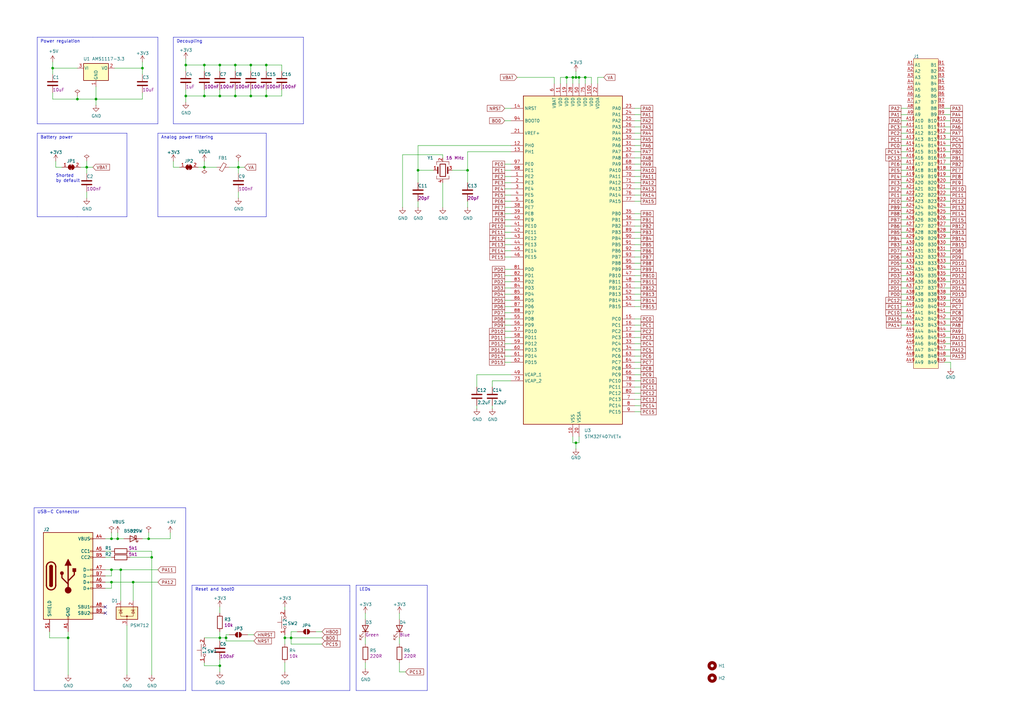
<source format=kicad_sch>
(kicad_sch (version 20250114) (generator "eeschema") (generator_version "9.0")
  (paper "A3")
  (text "Analog power filtering" (at 66.04 57.15 0) (effects (font (size 1.27 1.27)) (justify left bottom)))
  (text "Decoupling" (at 72.39 17.78 0) (effects (font (size 1.27 1.27)) (justify left bottom)))
  (text "Power regulation" (at 16.51 17.78 0) (effects (font (size 1.27 1.27)) (justify left bottom)))
  (text "USB-C Connector" (at 15.24 210.82 0) (effects (font (size 1.27 1.27)) (justify left bottom)))
  (text "LEDs" (at 147.32 242.57 0) (effects (font (size 1.27 1.27)) (justify left bottom)))
  (text "Reset and boot0" (at 80.01 242.57 0) (effects (font (size 1.27 1.27)) (justify left bottom)))
  (text "Battery power" (at 16.51 57.15 0) (effects (font (size 1.27 1.27)) (justify left bottom)))
  (text "Shorted\nby default" (at 22.86 74.93 0) (effects (font (size 1.27 1.27)) (justify left bottom)))
  (junction (at 58.42 27.94))
  (junction (at 35.56 68.58))
  (junction (at 116.84 261.62))
  (junction (at 39.37 40.64))
  (junction (at 62.23 228.6))
  (junction (at 92.71 261.62))
  (junction (at 60.96 220.98))
  (junction (at 90.17 261.62))
  (junction (at 76.2 26.67))
  (junction (at 90.17 26.67))
  (junction (at 48.26 220.98))
  (junction (at 45.72 238.76))
  (junction (at 109.22 39.37))
  (junction (at 90.17 39.37))
  (junction (at 102.87 39.37))
  (junction (at 96.52 39.37))
  (junction (at 54.61 238.76))
  (junction (at 102.87 26.67))
  (junction (at 236.22 31.75))
  (junction (at 49.53 233.68))
  (junction (at 27.94 261.62))
  (junction (at 76.2 39.37))
  (junction (at 83.82 68.58))
  (junction (at 45.72 220.98))
  (junction (at 90.17 273.05))
  (junction (at 83.82 39.37))
  (junction (at 240.03 31.75))
  (junction (at 31.75 40.64))
  (junction (at 119.38 261.62))
  (junction (at 83.82 26.67))
  (junction (at 234.95 31.75))
  (junction (at 232.41 31.75))
  (junction (at 237.49 31.75))
  (junction (at 21.59 27.94))
  (junction (at 109.22 26.67))
  (junction (at 45.72 233.68))
  (junction (at 97.79 68.58))
  (junction (at 171.45 69.85))
  (junction (at 236.22 181.61))
  (junction (at 191.77 69.85))
  (junction (at 96.52 26.67))
  (no_connect (at 43.18 248.92))
  (no_connect (at 43.18 251.46))
  (wire (pts (xy 96.52 39.37) (xy 90.17 39.37)))
  (wire (pts (xy 369.57 107.95) (xy 372.11 107.95)))
  (wire (pts (xy 21.59 27.94) (xy 21.59 25.4)))
  (wire (pts (xy 96.52 26.67) (xy 90.17 26.67)))
  (wire (pts (xy 369.57 110.49) (xy 372.11 110.49)))
  (wire (pts (xy 369.57 123.19) (xy 372.11 123.19)))
  (wire (pts (xy 262.89 140.97) (xy 260.35 140.97)))
  (wire (pts (xy 207.01 90.17) (xy 209.55 90.17)))
  (wire (pts (xy 237.49 179.07) (xy 237.49 181.61)))
  (wire (pts (xy 102.87 29.21) (xy 102.87 26.67)))
  (wire (pts (xy 242.57 34.29) (xy 242.57 31.75)))
  (wire (pts (xy 76.2 26.67) (xy 76.2 24.13)))
  (wire (pts (xy 83.82 66.04) (xy 83.82 68.58)))
  (wire (pts (xy 234.95 31.75) (xy 236.22 31.75)))
  (wire (pts (xy 116.84 260.35) (xy 116.84 261.62)))
  (wire (pts (xy 90.17 261.62) (xy 90.17 262.89)))
  (polyline (pts (xy 109.22 54.61) (xy 109.22 88.9)))
  (polyline (pts (xy 15.24 54.61) (xy 52.07 54.61)))
  (wire (pts (xy 201.93 166.37) (xy 201.93 167.64)))
  (wire (pts (xy 232.41 31.75) (xy 234.95 31.75)))
  (wire (pts (xy 181.61 74.93) (xy 181.61 85.09)))
  (wire (pts (xy 132.08 264.16) (xy 119.38 264.16)))
  (wire (pts (xy 227.33 34.29) (xy 227.33 31.75)))
  (wire (pts (xy 22.86 66.04) (xy 22.86 68.58)))
  (wire (pts (xy 45.72 228.6) (xy 43.18 228.6)))
  (wire (pts (xy 262.89 123.19) (xy 260.35 123.19)))
  (wire (pts (xy 21.59 38.1) (xy 21.59 40.64)))
  (wire (pts (xy 207.01 44.45) (xy 209.55 44.45)))
  (wire (pts (xy 76.2 26.67) (xy 76.2 29.21)))
  (wire (pts (xy 369.57 113.03) (xy 372.11 113.03)))
  (wire (pts (xy 369.57 64.77) (xy 372.11 64.77)))
  (wire (pts (xy 97.79 68.58) (xy 100.33 68.58)))
  (wire (pts (xy 54.61 238.76) (xy 64.77 238.76)))
  (wire (pts (xy 237.49 31.75) (xy 240.03 31.75)))
  (wire (pts (xy 90.17 275.59) (xy 90.17 273.05)))
  (wire (pts (xy 262.89 110.49) (xy 260.35 110.49)))
  (wire (pts (xy 20.32 259.08) (xy 20.32 261.62)))
  (wire (pts (xy 234.95 179.07) (xy 234.95 181.61)))
  (wire (pts (xy 369.57 67.31) (xy 372.11 67.31)))
  (wire (pts (xy 90.17 273.05) (xy 90.17 270.51)))
  (wire (pts (xy 389.89 62.23) (xy 387.35 62.23)))
  (wire (pts (xy 369.57 102.87) (xy 372.11 102.87)))
  (wire (pts (xy 31.75 40.64) (xy 39.37 40.64)))
  (wire (pts (xy 132.08 261.62) (xy 119.38 261.62)))
  (wire (pts (xy 262.89 107.95) (xy 260.35 107.95)))
  (wire (pts (xy 92.71 262.89) (xy 92.71 261.62)))
  (wire (pts (xy 369.57 74.93) (xy 372.11 74.93)))
  (wire (pts (xy 389.89 125.73) (xy 387.35 125.73)))
  (polyline (pts (xy 64.77 15.24) (xy 64.77 50.8)))
  (wire (pts (xy 262.89 118.11) (xy 260.35 118.11)))
  (wire (pts (xy 83.82 39.37) (xy 83.82 36.83)))
  (wire (pts (xy 60.96 220.98) (xy 69.85 220.98)))
  (wire (pts (xy 262.89 146.05) (xy 260.35 146.05)))
  (wire (pts (xy 171.45 59.69) (xy 171.45 69.85)))
  (wire (pts (xy 389.89 118.11) (xy 387.35 118.11)))
  (wire (pts (xy 389.89 105.41) (xy 387.35 105.41)))
  (polyline (pts (xy 78.74 240.03) (xy 143.51 240.03)))
  (wire (pts (xy 116.84 248.92) (xy 116.84 250.19)))
  (wire (pts (xy 262.89 161.29) (xy 260.35 161.29)))
  (wire (pts (xy 53.34 226.06) (xy 62.23 226.06)))
  (polyline (pts (xy 64.77 50.8) (xy 15.24 50.8)))
  (wire (pts (xy 27.94 259.08) (xy 27.94 261.62)))
  (wire (pts (xy 389.89 85.09) (xy 387.35 85.09)))
  (wire (pts (xy 389.89 74.93) (xy 387.35 74.93)))
  (polyline (pts (xy 124.46 50.8) (xy 71.12 50.8)))
  (wire (pts (xy 119.38 261.62) (xy 116.84 261.62)))
  (wire (pts (xy 389.89 69.85) (xy 387.35 69.85)))
  (wire (pts (xy 369.57 72.39) (xy 372.11 72.39)))
  (wire (pts (xy 43.18 226.06) (xy 45.72 226.06)))
  (wire (pts (xy 245.11 31.75) (xy 245.11 34.29)))
  (wire (pts (xy 262.89 135.89) (xy 260.35 135.89)))
  (polyline (pts (xy 13.97 283.21) (xy 13.97 208.28)))
  (wire (pts (xy 207.01 102.87) (xy 209.55 102.87)))
  (wire (pts (xy 389.89 107.95) (xy 387.35 107.95)))
  (wire (pts (xy 369.57 100.33) (xy 372.11 100.33)))
  (wire (pts (xy 207.01 138.43) (xy 209.55 138.43)))
  (wire (pts (xy 191.77 62.23) (xy 209.55 62.23)))
  (wire (pts (xy 389.89 80.01) (xy 387.35 80.01)))
  (wire (pts (xy 229.87 34.29) (xy 229.87 31.75)))
  (polyline (pts (xy 109.22 88.9) (xy 64.77 88.9)))
  (wire (pts (xy 262.89 97.79) (xy 260.35 97.79)))
  (wire (pts (xy 58.42 27.94) (xy 58.42 30.48)))
  (wire (pts (xy 20.32 261.62) (xy 27.94 261.62)))
  (wire (pts (xy 177.8 69.85) (xy 171.45 69.85)))
  (wire (pts (xy 33.02 68.58) (xy 35.56 68.58)))
  (polyline (pts (xy 146.05 283.21) (xy 146.05 240.03)))
  (wire (pts (xy 369.57 69.85) (xy 372.11 69.85)))
  (wire (pts (xy 262.89 166.37) (xy 260.35 166.37)))
  (wire (pts (xy 207.01 143.51) (xy 209.55 143.51)))
  (wire (pts (xy 92.71 261.62) (xy 92.71 260.35)))
  (wire (pts (xy 212.09 31.75) (xy 227.33 31.75)))
  (wire (pts (xy 76.2 41.91) (xy 76.2 39.37)))
  (wire (pts (xy 48.26 220.98) (xy 50.8 220.98)))
  (wire (pts (xy 181.61 64.77) (xy 181.61 63.5)))
  (wire (pts (xy 21.59 27.94) (xy 21.59 30.48)))
  (wire (pts (xy 115.57 26.67) (xy 115.57 29.21)))
  (wire (pts (xy 109.22 36.83) (xy 109.22 39.37)))
  (wire (pts (xy 195.58 153.67) (xy 195.58 158.75)))
  (wire (pts (xy 389.89 82.55) (xy 387.35 82.55)))
  (wire (pts (xy 21.59 27.94) (xy 31.75 27.94)))
  (wire (pts (xy 191.77 69.85) (xy 191.77 74.93)))
  (wire (pts (xy 389.89 130.81) (xy 387.35 130.81)))
  (wire (pts (xy 262.89 82.55) (xy 260.35 82.55)))
  (polyline (pts (xy 38.1 15.24) (xy 64.77 15.24)))
  (wire (pts (xy 81.28 68.58) (xy 83.82 68.58)))
  (wire (pts (xy 71.12 68.58) (xy 73.66 68.58)))
  (wire (pts (xy 262.89 64.77) (xy 260.35 64.77)))
  (wire (pts (xy 90.17 26.67) (xy 83.82 26.67)))
  (wire (pts (xy 45.72 238.76) (xy 54.61 238.76)))
  (wire (pts (xy 369.57 80.01) (xy 372.11 80.01)))
  (wire (pts (xy 90.17 261.62) (xy 92.71 261.62)))
  (wire (pts (xy 207.01 113.03) (xy 209.55 113.03)))
  (wire (pts (xy 207.01 133.35) (xy 209.55 133.35)))
  (wire (pts (xy 149.86 264.16) (xy 149.86 261.62)))
  (wire (pts (xy 236.22 29.21) (xy 236.22 31.75)))
  (wire (pts (xy 262.89 120.65) (xy 260.35 120.65)))
  (wire (pts (xy 262.89 113.03) (xy 260.35 113.03)))
  (wire (pts (xy 45.72 236.22) (xy 45.72 233.68)))
  (wire (pts (xy 207.01 80.01) (xy 209.55 80.01)))
  (wire (pts (xy 389.89 72.39) (xy 387.35 72.39)))
  (wire (pts (xy 62.23 226.06) (xy 62.23 228.6)))
  (wire (pts (xy 389.89 90.17) (xy 387.35 90.17)))
  (wire (pts (xy 262.89 163.83) (xy 260.35 163.83)))
  (wire (pts (xy 389.89 113.03) (xy 387.35 113.03)))
  (wire (pts (xy 207.01 115.57) (xy 209.55 115.57)))
  (wire (pts (xy 389.89 52.07) (xy 387.35 52.07)))
  (wire (pts (xy 191.77 62.23) (xy 191.77 69.85)))
  (wire (pts (xy 262.89 151.13) (xy 260.35 151.13)))
  (wire (pts (xy 262.89 67.31) (xy 260.35 67.31)))
  (wire (pts (xy 387.35 146.05) (xy 389.89 146.05)))
  (wire (pts (xy 369.57 125.73) (xy 372.11 125.73)))
  (wire (pts (xy 237.49 181.61) (xy 236.22 181.61)))
  (wire (pts (xy 262.89 143.51) (xy 260.35 143.51)))
  (wire (pts (xy 60.96 218.44) (xy 60.96 220.98)))
  (wire (pts (xy 83.82 68.58) (xy 88.9 68.58)))
  (wire (pts (xy 262.89 90.17) (xy 260.35 90.17)))
  (wire (pts (xy 262.89 74.93) (xy 260.35 74.93)))
  (wire (pts (xy 387.35 44.45) (xy 389.89 44.45)))
  (wire (pts (xy 240.03 31.75) (xy 242.57 31.75)))
  (wire (pts (xy 207.01 140.97) (xy 209.55 140.97)))
  (wire (pts (xy 232.41 34.29) (xy 232.41 31.75)))
  (wire (pts (xy 262.89 138.43) (xy 260.35 138.43)))
  (wire (pts (xy 369.57 128.27) (xy 372.11 128.27)))
  (wire (pts (xy 181.61 63.5) (xy 165.1 63.5)))
  (wire (pts (xy 369.57 97.79) (xy 372.11 97.79)))
  (wire (pts (xy 43.18 241.3) (xy 45.72 241.3)))
  (wire (pts (xy 90.17 259.08) (xy 90.17 261.62)))
  (wire (pts (xy 262.89 69.85) (xy 260.35 69.85)))
  (wire (pts (xy 387.35 49.53) (xy 389.89 49.53)))
  (polyline (pts (xy 71.12 15.24) (xy 124.46 15.24)))
  (wire (pts (xy 262.89 54.61) (xy 260.35 54.61)))
  (wire (pts (xy 262.89 92.71) (xy 260.35 92.71)))
  (wire (pts (xy 389.89 138.43) (xy 387.35 138.43)))
  (wire (pts (xy 92.71 260.35) (xy 93.98 260.35)))
  (wire (pts (xy 90.17 39.37) (xy 83.82 39.37)))
  (wire (pts (xy 229.87 31.75) (xy 232.41 31.75)))
  (wire (pts (xy 52.07 256.54) (xy 52.07 276.86)))
  (wire (pts (xy 58.42 38.1) (xy 58.42 40.64)))
  (polyline (pts (xy 175.26 283.21) (xy 146.05 283.21)))
  (wire (pts (xy 262.89 168.91) (xy 260.35 168.91)))
  (wire (pts (xy 171.45 82.55) (xy 171.45 85.09)))
  (wire (pts (xy 97.79 78.74) (xy 97.79 81.28)))
  (wire (pts (xy 389.89 92.71) (xy 387.35 92.71)))
  (wire (pts (xy 262.89 80.01) (xy 260.35 80.01)))
  (wire (pts (xy 389.89 123.19) (xy 387.35 123.19)))
  (wire (pts (xy 387.35 46.99) (xy 389.89 46.99)))
  (wire (pts (xy 207.01 125.73) (xy 209.55 125.73)))
  (wire (pts (xy 262.89 130.81) (xy 260.35 130.81)))
  (wire (pts (xy 96.52 26.67) (xy 96.52 29.21)))
  (wire (pts (xy 207.01 146.05) (xy 209.55 146.05)))
  (polyline (pts (xy 124.46 15.24) (xy 124.46 50.8)))
  (wire (pts (xy 97.79 68.58) (xy 97.79 71.12)))
  (wire (pts (xy 262.89 57.15) (xy 260.35 57.15)))
  (wire (pts (xy 369.57 44.45) (xy 372.11 44.45)))
  (wire (pts (xy 83.82 271.78) (xy 83.82 273.05)))
  (wire (pts (xy 262.89 148.59) (xy 260.35 148.59)))
  (polyline (pts (xy 143.51 242.57) (xy 143.51 283.21)))
  (polyline (pts (xy 64.77 54.61) (xy 64.77 88.9)))
  (wire (pts (xy 207.01 77.47) (xy 209.55 77.47)))
  (wire (pts (xy 116.84 271.78) (xy 116.84 275.59)))
  (polyline (pts (xy 15.24 88.9) (xy 15.24 54.61)))
  (wire (pts (xy 369.57 92.71) (xy 372.11 92.71)))
  (wire (pts (xy 119.38 264.16) (xy 119.38 261.62)))
  (wire (pts (xy 389.89 128.27) (xy 387.35 128.27)))
  (wire (pts (xy 207.01 135.89) (xy 209.55 135.89)))
  (polyline (pts (xy 76.2 283.21) (xy 13.97 283.21)))
  (wire (pts (xy 31.75 39.37) (xy 31.75 40.64)))
  (wire (pts (xy 262.89 100.33) (xy 260.35 100.33)))
  (polyline (pts (xy 15.24 50.8) (xy 15.24 15.24)))
  (wire (pts (xy 165.1 63.5) (xy 165.1 85.09)))
  (wire (pts (xy 209.55 59.69) (xy 171.45 59.69)))
  (wire (pts (xy 237.49 34.29) (xy 237.49 31.75)))
  (wire (pts (xy 207.01 49.53) (xy 209.55 49.53)))
  (wire (pts (xy 163.83 275.59) (xy 166.37 275.59)))
  (wire (pts (xy 207.01 92.71) (xy 209.55 92.71)))
  (wire (pts (xy 201.93 156.21) (xy 209.55 156.21)))
  (wire (pts (xy 22.86 68.58) (xy 25.4 68.58)))
  (wire (pts (xy 45.72 218.44) (xy 45.72 220.98)))
  (wire (pts (xy 54.61 238.76) (xy 54.61 246.38)))
  (wire (pts (xy 39.37 43.18) (xy 39.37 40.64)))
  (wire (pts (xy 53.34 228.6) (xy 62.23 228.6)))
  (wire (pts (xy 234.95 34.29) (xy 234.95 31.75)))
  (wire (pts (xy 389.89 64.77) (xy 387.35 64.77)))
  (wire (pts (xy 90.17 36.83) (xy 90.17 39.37)))
  (wire (pts (xy 102.87 39.37) (xy 96.52 39.37)))
  (wire (pts (xy 163.83 251.46) (xy 163.83 254)))
  (wire (pts (xy 39.37 35.56) (xy 39.37 40.64)))
  (wire (pts (xy 262.89 133.35) (xy 260.35 133.35)))
  (polyline (pts (xy 76.2 283.21) (xy 76.2 283.21)))
  (wire (pts (xy 49.53 233.68) (xy 64.77 233.68)))
  (wire (pts (xy 207.01 74.93) (xy 209.55 74.93)))
  (wire (pts (xy 387.35 143.51) (xy 389.89 143.51)))
  (wire (pts (xy 102.87 26.67) (xy 109.22 26.67)))
  (wire (pts (xy 207.01 82.55) (xy 209.55 82.55)))
  (wire (pts (xy 207.01 120.65) (xy 209.55 120.65)))
  (wire (pts (xy 207.01 130.81) (xy 209.55 130.81)))
  (wire (pts (xy 209.55 153.67) (xy 195.58 153.67)))
  (wire (pts (xy 191.77 82.55) (xy 191.77 85.09)))
  (wire (pts (xy 207.01 87.63) (xy 209.55 87.63)))
  (wire (pts (xy 83.82 273.05) (xy 90.17 273.05)))
  (wire (pts (xy 35.56 78.74) (xy 35.56 81.28)))
  (wire (pts (xy 369.57 115.57) (xy 372.11 115.57)))
  (wire (pts (xy 262.89 52.07) (xy 260.35 52.07)))
  (wire (pts (xy 69.85 220.98) (xy 69.85 218.44)))
  (wire (pts (xy 262.89 156.21) (xy 260.35 156.21)))
  (wire (pts (xy 262.89 105.41) (xy 260.35 105.41)))
  (wire (pts (xy 262.89 49.53) (xy 260.35 49.53)))
  (wire (pts (xy 207.01 128.27) (xy 209.55 128.27)))
  (wire (pts (xy 104.14 262.89) (xy 92.71 262.89)))
  (wire (pts (xy 45.72 233.68) (xy 49.53 233.68)))
  (wire (pts (xy 369.57 57.15) (xy 372.11 57.15)))
  (wire (pts (xy 48.26 218.44) (xy 48.26 220.98)))
  (wire (pts (xy 129.54 259.08) (xy 132.08 259.08)))
  (wire (pts (xy 389.89 115.57) (xy 387.35 115.57)))
  (wire (pts (xy 369.57 90.17) (xy 372.11 90.17)))
  (polyline (pts (xy 15.24 15.24) (xy 38.1 15.24)))
  (wire (pts (xy 389.89 102.87) (xy 387.35 102.87)))
  (wire (pts (xy 58.42 220.98) (xy 60.96 220.98)))
  (wire (pts (xy 71.12 66.04) (xy 71.12 68.58)))
  (wire (pts (xy 101.6 260.35) (xy 104.14 260.35)))
  (wire (pts (xy 369.57 118.11) (xy 372.11 118.11)))
  (wire (pts (xy 262.89 44.45) (xy 260.35 44.45)))
  (wire (pts (xy 369.57 62.23) (xy 372.11 62.23)))
  (wire (pts (xy 369.57 95.25) (xy 372.11 95.25)))
  (wire (pts (xy 43.18 236.22) (xy 45.72 236.22)))
  (wire (pts (xy 207.01 105.41) (xy 209.55 105.41)))
  (polyline (pts (xy 149.86 240.03) (xy 175.26 240.03)))
  (wire (pts (xy 389.89 120.65) (xy 387.35 120.65)))
  (polyline (pts (xy 143.51 283.21) (xy 78.74 283.21)))
  (polyline (pts (xy 146.05 240.03) (xy 149.86 240.03)))
  (wire (pts (xy 21.59 40.64) (xy 31.75 40.64)))
  (wire (pts (xy 389.89 67.31) (xy 387.35 67.31)))
  (wire (pts (xy 262.89 87.63) (xy 260.35 87.63)))
  (wire (pts (xy 43.18 220.98) (xy 45.72 220.98)))
  (wire (pts (xy 389.89 148.59) (xy 389.89 151.13)))
  (wire (pts (xy 76.2 39.37) (xy 83.82 39.37)))
  (wire (pts (xy 247.65 31.75) (xy 245.11 31.75)))
  (wire (pts (xy 58.42 27.94) (xy 58.42 25.4)))
  (polyline (pts (xy 143.51 240.03) (xy 143.51 242.57)))
  (wire (pts (xy 262.89 46.99) (xy 260.35 46.99)))
  (wire (pts (xy 262.89 72.39) (xy 260.35 72.39)))
  (wire (pts (xy 389.89 135.89) (xy 387.35 135.89)))
  (wire (pts (xy 45.72 220.98) (xy 48.26 220.98)))
  (wire (pts (xy 369.57 87.63) (xy 372.11 87.63)))
  (wire (pts (xy 207.01 72.39) (xy 209.55 72.39)))
  (polyline (pts (xy 175.26 240.03) (xy 175.26 283.21)))
  (wire (pts (xy 207.01 97.79) (xy 209.55 97.79)))
  (wire (pts (xy 39.37 40.64) (xy 58.42 40.64)))
  (wire (pts (xy 201.93 156.21) (xy 201.93 158.75)))
  (wire (pts (xy 207.01 95.25) (xy 209.55 95.25)))
  (polyline (pts (xy 52.07 54.61) (xy 52.07 88.9)))
  (wire (pts (xy 45.72 238.76) (xy 43.18 238.76)))
  (polyline (pts (xy 31.75 88.9) (xy 15.24 88.9)))
  (wire (pts (xy 369.57 82.55) (xy 372.11 82.55)))
  (wire (pts (xy 369.57 120.65) (xy 372.11 120.65)))
  (wire (pts (xy 369.57 54.61) (xy 372.11 54.61)))
  (wire (pts (xy 76.2 26.67) (xy 83.82 26.67)))
  (wire (pts (xy 262.89 59.69) (xy 260.35 59.69)))
  (wire (pts (xy 35.56 68.58) (xy 38.1 68.58)))
  (wire (pts (xy 115.57 39.37) (xy 115.57 36.83)))
  (wire (pts (xy 90.17 248.92) (xy 90.17 251.46)))
  (wire (pts (xy 83.82 26.67) (xy 83.82 29.21)))
  (wire (pts (xy 389.89 54.61) (xy 387.35 54.61)))
  (wire (pts (xy 149.86 254) (xy 149.86 251.46)))
  (wire (pts (xy 262.89 125.73) (xy 260.35 125.73)))
  (wire (pts (xy 262.89 77.47) (xy 260.35 77.47)))
  (wire (pts (xy 262.89 95.25) (xy 260.35 95.25)))
  (wire (pts (xy 109.22 26.67) (xy 115.57 26.67)))
  (wire (pts (xy 389.89 100.33) (xy 387.35 100.33)))
  (wire (pts (xy 207.01 69.85) (xy 209.55 69.85)))
  (wire (pts (xy 234.95 181.61) (xy 236.22 181.61)))
  (wire (pts (xy 109.22 26.67) (xy 109.22 29.21)))
  (wire (pts (xy 149.86 274.32) (xy 149.86 271.78)))
  (wire (pts (xy 262.89 158.75) (xy 260.35 158.75)))
  (wire (pts (xy 76.2 36.83) (xy 76.2 39.37)))
  (wire (pts (xy 387.35 140.97) (xy 389.89 140.97)))
  (wire (pts (xy 262.89 115.57) (xy 260.35 115.57)))
  (wire (pts (xy 45.72 241.3) (xy 45.72 238.76)))
  (wire (pts (xy 387.35 148.59) (xy 389.89 148.59)))
  (wire (pts (xy 389.89 87.63) (xy 387.35 87.63)))
  (wire (pts (xy 369.57 85.09) (xy 372.11 85.09)))
  (wire (pts (xy 369.57 77.47) (xy 372.11 77.47)))
  (wire (pts (xy 389.89 97.79) (xy 387.35 97.79)))
  (wire (pts (xy 163.83 261.62) (xy 163.83 264.16)))
  (wire (pts (xy 369.57 49.53) (xy 372.11 49.53)))
  (wire (pts (xy 62.23 228.6) (xy 62.23 276.86)))
  (wire (pts (xy 369.57 59.69) (xy 372.11 59.69)))
  (wire (pts (xy 90.17 29.21) (xy 90.17 26.67)))
  (wire (pts (xy 83.82 261.62) (xy 90.17 261.62)))
  (wire (pts (xy 389.89 110.49) (xy 387.35 110.49)))
  (wire (pts (xy 102.87 26.67) (xy 96.52 26.67)))
  (wire (pts (xy 369.57 105.41) (xy 372.11 105.41)))
  (wire (pts (xy 207.01 67.31) (xy 209.55 67.31)))
  (wire (pts (xy 102.87 36.83) (xy 102.87 39.37)))
  (wire (pts (xy 207.01 118.11) (xy 209.55 118.11)))
  (wire (pts (xy 185.42 69.85) (xy 191.77 69.85)))
  (wire (pts (xy 46.99 27.94) (xy 58.42 27.94)))
  (wire (pts (xy 262.89 153.67) (xy 260.35 153.67)))
  (wire (pts (xy 207.01 100.33) (xy 209.55 100.33)))
  (wire (pts (xy 102.87 39.37) (xy 109.22 39.37)))
  (wire (pts (xy 96.52 39.37) (xy 96.52 36.83)))
  (polyline (pts (xy 76.2 208.28) (xy 76.2 283.21)))
  (wire (pts (xy 207.01 123.19) (xy 209.55 123.19)))
  (wire (pts (xy 389.89 57.15) (xy 387.35 57.15)))
  (wire (pts (xy 207.01 85.09) (xy 209.55 85.09)))
  (wire (pts (xy 262.89 62.23) (xy 260.35 62.23)))
  (wire (pts (xy 35.56 68.58) (xy 35.56 71.12)))
  (wire (pts (xy 262.89 102.87) (xy 260.35 102.87)))
  (wire (pts (xy 27.94 261.62) (xy 27.94 276.86)))
  (wire (pts (xy 43.18 233.68) (xy 45.72 233.68)))
  (polyline (pts (xy 71.12 15.24) (xy 71.12 50.8)))
  (wire (pts (xy 389.89 95.25) (xy 387.35 95.25)))
  (wire (pts (xy 389.89 59.69) (xy 387.35 59.69)))
  (polyline (pts (xy 64.77 54.61) (xy 109.22 54.61)))
  (wire (pts (xy 389.89 133.35) (xy 387.35 133.35)))
  (wire (pts (xy 97.79 66.04) (xy 97.79 68.58)))
  (wire (pts (xy 119.38 261.62) (xy 119.38 259.08)))
  (wire (pts (xy 236.22 181.61) (xy 236.22 184.15)))
  (wire (pts (xy 119.38 259.08) (xy 121.92 259.08)))
  (wire (pts (xy 35.56 66.04) (xy 35.56 68.58)))
  (wire (pts (xy 195.58 166.37) (xy 195.58 167.64)))
  (wire (pts (xy 207.01 148.59) (xy 209.55 148.59)))
  (wire (pts (xy 236.22 31.75) (xy 237.49 31.75)))
  (polyline (pts (xy 31.75 88.9) (xy 52.07 88.9)))
  (wire (pts (xy 240.03 31.75) (xy 240.03 34.29)))
  (wire (pts (xy 369.57 130.81) (xy 372.11 130.81)))
  (wire (pts (xy 49.53 233.68) (xy 49.53 246.38)))
  (wire (pts (xy 171.45 69.85) (xy 171.45 74.93)))
  (wire (pts (xy 207.01 110.49) (xy 209.55 110.49)))
  (wire (pts (xy 389.89 77.47) (xy 387.35 77.47)))
  (wire (pts (xy 163.83 271.78) (xy 163.83 275.59)))
  (wire (pts (xy 93.98 68.58) (xy 97.79 68.58)))
  (wire (pts (xy 116.84 261.62) (xy 116.84 264.16)))
  (polyline (pts (xy 78.74 283.21) (xy 78.74 240.03)))
  (wire (pts (xy 369.57 133.35) (xy 372.11 133.35)))
  (polyline (pts (xy 13.97 208.28) (xy 76.2 208.28)))
  (wire (pts (xy 369.57 46.99) (xy 372.11 46.99)))
  (wire (pts (xy 109.22 39.37) (xy 115.57 39.37)))
  (wire (pts (xy 369.57 52.07) (xy 372.11 52.07)))
  (global_label "PD0" (shape passive) (at 369.57 120.65 180) (property "Intersheetrefs" "${INTERSHEET_REFS}" (effects (hide yes))))
  (global_label "PC14" (shape passive) (at 262.89 166.37 0) (property "Intersheetrefs" "${INTERSHEET_REFS}" (effects (hide yes))))
  (global_label "PD3" (shape passive) (at 207.01 118.11 180) (property "Intersheetrefs" "${INTERSHEET_REFS}" (effects (hide yes))))
  (global_label "PE5" (shape passive) (at 369.57 69.85 180) (property "Intersheetrefs" "${INTERSHEET_REFS}" (effects (hide yes))))
  (global_label "PE11" (shape passive) (at 207.01 95.25 180) (property "Intersheetrefs" "${INTERSHEET_REFS}" (effects (hide yes))))
  (global_label "PD11" (shape passive) (at 389.89 110.49 0) (property "Intersheetrefs" "${INTERSHEET_REFS}" (effects (hide yes))))
  (global_label "PA15" (shape passive) (at 369.57 130.81 180) (property "Intersheetrefs" "${INTERSHEET_REFS}" (effects (hide yes))))
  (global_label "PB8" (shape passive) (at 369.57 87.63 180) (property "Intersheetrefs" "${INTERSHEET_REFS}" (effects (hide yes))))
  (global_label "PB11" (shape passive) (at 262.89 115.57 0) (property "Intersheetrefs" "${INTERSHEET_REFS}" (effects (hide yes))))
  (global_label "PA13" (shape passive) (at 389.89 146.05 0) (property "Intersheetrefs" "${INTERSHEET_REFS}" (effects (hide yes))))
  (global_label "PA8" (shape passive) (at 389.89 133.35 0) (property "Intersheetrefs" "${INTERSHEET_REFS}" (effects (hide yes))))
  (global_label "PA7" (shape passive) (at 389.89 54.61 0) (property "Intersheetrefs" "${INTERSHEET_REFS}" (effects (hide yes))))
  (global_label "PE3" (shape passive) (at 369.57 74.93 180) (property "Intersheetrefs" "${INTERSHEET_REFS}" (effects (hide yes))))
  (global_label "PC13" (shape passive) (at 262.89 163.83 0) (property "Intersheetrefs" "${INTERSHEET_REFS}" (effects (hide yes))))
  (global_label "PC14" (shape passive) (at 369.57 62.23 180) (property "Intersheetrefs" "${INTERSHEET_REFS}" (effects (hide yes))))
  (global_label "PD2" (shape passive) (at 369.57 115.57 180) (property "Intersheetrefs" "${INTERSHEET_REFS}" (effects (hide yes))))
  (global_label "PB6" (shape passive) (at 262.89 102.87 0) (property "Intersheetrefs" "${INTERSHEET_REFS}" (effects (hide yes))))
  (global_label "PA10" (shape passive) (at 389.89 138.43 0) (property "Intersheetrefs" "${INTERSHEET_REFS}" (effects (hide yes))))
  (global_label "PB14" (shape passive) (at 389.89 97.79 0) (property "Intersheetrefs" "${INTERSHEET_REFS}" (effects (hide yes))))
  (global_label "PC12" (shape passive) (at 369.57 123.19 180) (property "Intersheetrefs" "${INTERSHEET_REFS}" (effects (hide yes))))
  (global_label "PA0" (shape passive) (at 262.89 44.45 0) (property "Intersheetrefs" "${INTERSHEET_REFS}" (effects (hide yes))))
  (global_label "PA15" (shape passive) (at 262.89 82.55 0) (property "Intersheetrefs" "${INTERSHEET_REFS}" (effects (hide yes))))
  (global_label "PB5" (shape passive) (at 262.89 100.33 0) (property "Intersheetrefs" "${INTERSHEET_REFS}" (effects (hide yes))))
  (global_label "PE8" (shape passive) (at 207.01 87.63 180) (property "Intersheetrefs" "${INTERSHEET_REFS}" (effects (hide yes))))
  (global_label "PA7" (shape passive) (at 262.89 62.23 0) (property "Intersheetrefs" "${INTERSHEET_REFS}" (effects (hide yes))))
  (global_label "PC4" (shape passive) (at 262.89 140.97 0) (property "Intersheetrefs" "${INTERSHEET_REFS}" (effects (hide yes))))
  (global_label "PC9" (shape passive) (at 389.89 130.81 0) (property "Intersheetrefs" "${INTERSHEET_REFS}" (effects (hide yes))))
  (global_label "PB15" (shape passive) (at 389.89 100.33 0) (property "Intersheetrefs" "${INTERSHEET_REFS}" (effects (hide yes))))
  (global_label "PA2" (shape passive) (at 369.57 44.45 180) (property "Intersheetrefs" "${INTERSHEET_REFS}" (effects (hide yes))))
  (global_label "PC7" (shape passive) (at 262.89 148.59 0) (property "Intersheetrefs" "${INTERSHEET_REFS}" (effects (hide yes))))
  (global_label "VA" (shape input) (at 100.33 68.58 0) (property "Intersheetrefs" "${INTERSHEET_REFS}" (effects (hide yes))))
  (global_label "PB1" (shape passive) (at 389.89 64.77 0) (property "Intersheetrefs" "${INTERSHEET_REFS}" (effects (hide yes))))
  (global_label "PB9" (shape passive) (at 369.57 85.09 180) (property "Intersheetrefs" "${INTERSHEET_REFS}" (effects (hide yes))))
  (global_label "PC2" (shape passive) (at 369.57 54.61 180) (property "Intersheetrefs" "${INTERSHEET_REFS}" (effects (hide yes))))
  (global_label "PA11" (shape passive) (at 389.89 140.97 0) (property "Intersheetrefs" "${INTERSHEET_REFS}" (effects (hide yes))))
  (global_label "PB0" (shape passive) (at 262.89 87.63 0) (property "Intersheetrefs" "${INTERSHEET_REFS}" (effects (hide yes))))
  (global_label "PE2" (shape passive) (at 369.57 77.47 180) (property "Intersheetrefs" "${INTERSHEET_REFS}" (effects (hide yes))))
  (global_label "PB9" (shape passive) (at 262.89 110.49 0) (property "Intersheetrefs" "${INTERSHEET_REFS}" (effects (hide yes))))
  (global_label "PA12" (shape passive) (at 262.89 74.93 0) (property "Intersheetrefs" "${INTERSHEET_REFS}" (effects (hide yes))))
  (global_label "PD5" (shape passive) (at 369.57 107.95 180) (property "Intersheetrefs" "${INTERSHEET_REFS}" (effects (hide yes))))
  (global_label "PE7" (shape passive) (at 207.01 85.09 180) (property "Intersheetrefs" "${INTERSHEET_REFS}" (effects (hide yes))))
  (global_label "HBO0" (shape input) (at 132.08 259.08 0) (property "Intersheetrefs" "${INTERSHEET_REFS}" (effects (hide yes))))
  (global_label "PB5" (shape passive) (at 369.57 95.25 180) (property "Intersheetrefs" "${INTERSHEET_REFS}" (effects (hide yes))))
  (global_label "PD7" (shape passive) (at 369.57 102.87 180) (property "Intersheetrefs" "${INTERSHEET_REFS}" (effects (hide yes))))
  (global_label "PD11" (shape passive) (at 207.01 138.43 180) (property "Intersheetrefs" "${INTERSHEET_REFS}" (effects (hide yes))))
  (global_label "PA4" (shape passive) (at 262.89 54.61 0) (property "Intersheetrefs" "${INTERSHEET_REFS}" (effects (hide yes))))
  (global_label "PE0" (shape passive) (at 369.57 82.55 180) (property "Intersheetrefs" "${INTERSHEET_REFS}" (effects (hide yes))))
  (global_label "PE9" (shape passive) (at 389.89 74.93 0) (property "Intersheetrefs" "${INTERSHEET_REFS}" (effects (hide yes))))
  (global_label "PD12" (shape passive) (at 389.89 113.03 0) (property "Intersheetrefs" "${INTERSHEET_REFS}" (effects (hide yes))))
  (global_label "VBAT" (shape input) (at 38.1 68.58 0) (property "Intersheetrefs" "${INTERSHEET_REFS}" (effects (hide yes))))
  (global_label "PA3" (shape passive) (at 389.89 44.45 0) (property "Intersheetrefs" "${INTERSHEET_REFS}" (effects (hide yes))))
  (global_label "PE14" (shape passive) (at 207.01 102.87 180) (property "Intersheetrefs" "${INTERSHEET_REFS}" (effects (hide yes))))
  (global_label "PA10" (shape passive) (at 262.89 69.85 0) (property "Intersheetrefs" "${INTERSHEET_REFS}" (effects (hide yes))))
  (global_label "PB4" (shape passive) (at 262.89 97.79 0) (property "Intersheetrefs" "${INTERSHEET_REFS}" (effects (hide yes))))
  (global_label "PA3" (shape passive) (at 262.89 52.07 0) (property "Intersheetrefs" "${INTERSHEET_REFS}" (effects (hide yes))))
  (global_label "PE5" (shape passive) (at 207.01 80.01 180) (property "Intersheetrefs" "${INTERSHEET_REFS}" (effects (hide yes))))
  (global_label "PA0" (shape passive) (at 369.57 49.53 180) (property "Intersheetrefs" "${INTERSHEET_REFS}" (effects (hide yes))))
  (global_label "PA1" (shape passive) (at 262.89 46.99 0) (property "Intersheetrefs" "${INTERSHEET_REFS}" (effects (hide yes))))
  (global_label "PA8" (shape passive) (at 262.89 64.77 0) (property "Intersheetrefs" "${INTERSHEET_REFS}" (effects (hide yes))))
  (global_label "PC15" (shape input) (at 132.08 264.16 0) (property "Intersheetrefs" "${INTERSHEET_REFS}" (effects (hide yes))))
  (global_label "PA11" (shape input) (at 64.77 233.68 0) (property "Intersheetrefs" "${INTERSHEET_REFS}" (effects (hide yes))))
  (global_label "PA13" (shape passive) (at 262.89 77.47 0) (property "Intersheetrefs" "${INTERSHEET_REFS}" (effects (hide yes))))
  (global_label "PD6" (shape passive) (at 207.01 125.73 180) (property "Intersheetrefs" "${INTERSHEET_REFS}" (effects (hide yes))))
  (global_label "PD8" (shape passive) (at 207.01 130.81 180) (property "Intersheetrefs" "${INTERSHEET_REFS}" (effects (hide yes))))
  (global_label "PD5" (shape passive) (at 207.01 123.19 180) (property "Intersheetrefs" "${INTERSHEET_REFS}" (effects (hide yes))))
  (global_label "PD4" (shape passive) (at 207.01 120.65 180) (property "Intersheetrefs" "${INTERSHEET_REFS}" (effects (hide yes))))
  (global_label "PD1" (shape passive) (at 207.01 113.03 180) (property "Intersheetrefs" "${INTERSHEET_REFS}" (effects (hide yes))))
  (global_label "PB8" (shape passive) (at 262.89 107.95 0) (property "Intersheetrefs" "${INTERSHEET_REFS}" (effects (hide yes))))
  (global_label "PE7" (shape passive) (at 389.89 69.85 0) (property "Intersheetrefs" "${INTERSHEET_REFS}" (effects (hide yes))))
  (global_label "PB12" (shape passive) (at 262.89 118.11 0) (property "Intersheetrefs" "${INTERSHEET_REFS}" (effects (hide yes))))
  (global_label "PC6" (shape passive) (at 262.89 146.05 0) (property "Intersheetrefs" "${INTERSHEET_REFS}" (effects (hide yes))))
  (global_label "PC0" (shape passive) (at 369.57 59.69 180) (property "Intersheetrefs" "${INTERSHEET_REFS}" (effects (hide yes))))
  (global_label "PB14" (shape passive) (at 262.89 123.19 0) (property "Intersheetrefs" "${INTERSHEET_REFS}" (effects (hide yes))))
  (global_label "PD9" (shape passive) (at 207.01 133.35 180) (property "Intersheetrefs" "${INTERSHEET_REFS}" (effects (hide yes))))
  (global_label "PE1" (shape passive) (at 207.01 69.85 180) (property "Intersheetrefs" "${INTERSHEET_REFS}" (effects (hide yes))))
  (global_label "PC9" (shape passive) (at 262.89 153.67 0) (property "Intersheetrefs" "${INTERSHEET_REFS}" (effects (hide yes))))
  (global_label "PC13" (shape passive) (at 369.57 64.77 180) (property "Intersheetrefs" "${INTERSHEET_REFS}" (effects (hide yes))))
  (global_label "PB0" (shape passive) (at 389.89 62.23 0) (property "Intersheetrefs" "${INTERSHEET_REFS}" (effects (hide yes))))
  (global_label "PE4" (shape passive) (at 369.57 72.39 180) (property "Intersheetrefs" "${INTERSHEET_REFS}" (effects (hide yes))))
  (global_label "PC11" (shape passive) (at 369.57 125.73 180) (property "Intersheetrefs" "${INTERSHEET_REFS}" (effects (hide yes))))
  (global_label "NRST" (shape input) (at 207.01 44.45 180) (property "Intersheetrefs" "${INTERSHEET_REFS}" (effects (hide yes))))
  (global_label "PC8" (shape passive) (at 389.89 128.27 0) (property "Intersheetrefs" "${INTERSHEET_REFS}" (effects (hide yes))))
  (global_label "PE13" (shape passive) (at 389.89 85.09 0) (property "Intersheetrefs" "${INTERSHEET_REFS}" (effects (hide yes))))
  (global_label "PB3" (shape passive) (at 262.89 95.25 0) (property "Intersheetrefs" "${INTERSHEET_REFS}" (effects (hide yes))))
  (global_label "PC4" (shape passive) (at 389.89 57.15 0) (property "Intersheetrefs" "${INTERSHEET_REFS}" (effects (hide yes))))
  (global_label "PA12" (shape passive) (at 389.89 143.51 0) (property "Intersheetrefs" "${INTERSHEET_REFS}" (effects (hide yes))))
  (global_label "PD2" (shape passive) (at 207.01 115.57 180) (property "Intersheetrefs" "${INTERSHEET_REFS}" (effects (hide yes))))
  (global_label "PD14" (shape passive) (at 207.01 146.05 180) (property "Intersheetrefs" "${INTERSHEET_REFS}" (effects (hide yes))))
  (global_label "NRST" (shape input) (at 104.14 262.89 0) (property "Intersheetrefs" "${INTERSHEET_REFS}" (effects (hide yes))))
  (global_label "PC5" (shape passive) (at 389.89 59.69 0) (property "Intersheetrefs" "${INTERSHEET_REFS}" (effects (hide yes))))
  (global_label "PB6" (shape passive) (at 369.57 92.71 180) (property "Intersheetrefs" "${INTERSHEET_REFS}" (effects (hide yes))))
  (global_label "PD13" (shape passive) (at 389.89 115.57 0) (property "Intersheetrefs" "${INTERSHEET_REFS}" (effects (hide yes))))
  (global_label "PB4" (shape passive) (at 369.57 97.79 180) (property "Intersheetrefs" "${INTERSHEET_REFS}" (effects (hide yes))))
  (global_label "PE8" (shape passive) (at 389.89 72.39 0) (property "Intersheetrefs" "${INTERSHEET_REFS}" (effects (hide yes))))
  (global_label "PD7" (shape passive) (at 207.01 128.27 180) (property "Intersheetrefs" "${INTERSHEET_REFS}" (effects (hide yes))))
  (global_label "PB12" (shape passive) (at 389.89 92.71 0) (property "Intersheetrefs" "${INTERSHEET_REFS}" (effects (hide yes))))
  (global_label "HNRST" (shape input) (at 104.14 260.35 0) (property "Intersheetrefs" "${INTERSHEET_REFS}" (effects (hide yes))))
  (global_label "PC8" (shape passive) (at 262.89 151.13 0) (property "Intersheetrefs" "${INTERSHEET_REFS}" (effects (hide yes))))
  (global_label "PC3" (shape passive) (at 262.89 138.43 0) (property "Intersheetrefs" "${INTERSHEET_REFS}" (effects (hide yes))))
  (global_label "PC6" (shape passive) (at 389.89 123.19 0) (property "Intersheetrefs" "${INTERSHEET_REFS}" (effects (hide yes))))
  (global_label "PC0" (shape passive) (at 262.89 130.81 0) (property "Intersheetrefs" "${INTERSHEET_REFS}" (effects (hide yes))))
  (global_label "PC7" (shape passive) (at 389.89 125.73 0) (property "Intersheetrefs" "${INTERSHEET_REFS}" (effects (hide yes))))
  (global_label "PC15" (shape passive) (at 262.89 168.91 0) (property "Intersheetrefs" "${INTERSHEET_REFS}" (effects (hide yes))))
  (global_label "PB2" (shape passive) (at 389.89 67.31 0) (property "Intersheetrefs" "${INTERSHEET_REFS}" (effects (hide yes))))
  (global_label "PE6" (shape passive) (at 207.01 82.55 180) (property "Intersheetrefs" "${INTERSHEET_REFS}" (effects (hide yes))))
  (global_label "PA5" (shape passive) (at 389.89 49.53 0) (property "Intersheetrefs" "${INTERSHEET_REFS}" (effects (hide yes))))
  (global_label "PD0" (shape passive) (at 207.01 110.49 180) (property "Intersheetrefs" "${INTERSHEET_REFS}" (effects (hide yes))))
  (global_label "PE15" (shape passive) (at 389.89 90.17 0) (property "Intersheetrefs" "${INTERSHEET_REFS}" (effects (hide yes))))
  (global_label "PA1" (shape passive) (at 369.57 46.99 180) (property "Intersheetrefs" "${INTERSHEET_REFS}" (effects (hide yes))))
  (global_label "PA11" (shape passive) (at 262.89 72.39 0) (property "Intersheetrefs" "${INTERSHEET_REFS}" (effects (hide yes))))
  (global_label "PD15" (shape passive) (at 207.01 148.59 180) (property "Intersheetrefs" "${INTERSHEET_REFS}" (effects (hide yes))))
  (global_label "PD6" (shape passive) (at 369.57 105.41 180) (property "Intersheetrefs" "${INTERSHEET_REFS}" (effects (hide yes))))
  (global_label "PA4" (shape passive) (at 389.89 46.99 0) (property "Intersheetrefs" "${INTERSHEET_REFS}" (effects (hide yes))))
  (global_label "PB7" (shape passive) (at 369.57 90.17 180) (property "Intersheetrefs" "${INTERSHEET_REFS}" (effects (hide yes))))
  (global_label "PA5" (shape passive) (at 262.89 57.15 0) (property "Intersheetrefs" "${INTERSHEET_REFS}" (effects (hide yes))))
  (global_label "PB1" (shape passive) (at 262.89 90.17 0) (property "Intersheetrefs" "${INTERSHEET_REFS}" (effects (hide yes))))
  (global_label "PB3" (shape passive) (at 369.57 100.33 180) (property "Intersheetrefs" "${INTERSHEET_REFS}" (effects (hide yes))))
  (global_label "PE1" (shape passive) (at 369.57 80.01 180) (property "Intersheetrefs" "${INTERSHEET_REFS}" (effects (hide yes))))
  (global_label "PD3" (shape passive) (at 369.57 113.03 180) (property "Intersheetrefs" "${INTERSHEET_REFS}" (effects (hide yes))))
  (global_label "PC13" (shape input) (at 166.37 275.59 0) (property "Intersheetrefs" "${INTERSHEET_REFS}" (effects (hide yes))))
  (global_label "PA9" (shape passive) (at 262.89 67.31 0) (property "Intersheetrefs" "${INTERSHEET_REFS}" (effects (hide yes))))
  (global_label "PA6" (shape passive) (at 262.89 59.69 0) (property "Intersheetrefs" "${INTERSHEET_REFS}" (effects (hide yes))))
  (global_label "PB15" (shape passive) (at 262.89 125.73 0) (property "Intersheetrefs" "${INTERSHEET_REFS}" (effects (hide yes))))
  (global_label "PE12" (shape passive) (at 389.89 82.55 0) (property "Intersheetrefs" "${INTERSHEET_REFS}" (effects (hide yes))))
  (global_label "PE3" (shape passive) (at 207.01 74.93 180) (property "Intersheetrefs" "${INTERSHEET_REFS}" (effects (hide yes))))
  (global_label "PE15" (shape passive) (at 207.01 105.41 180) (property "Intersheetrefs" "${INTERSHEET_REFS}" (effects (hide yes))))
  (global_label "PC2" (shape passive) (at 262.89 135.89 0) (property "Intersheetrefs" "${INTERSHEET_REFS}" (effects (hide yes))))
  (global_label "PA2" (shape passive) (at 262.89 49.53 0) (property "Intersheetrefs" "${INTERSHEET_REFS}" (effects (hide yes))))
  (global_label "PE11" (shape passive) (at 389.89 80.01 0) (property "Intersheetrefs" "${INTERSHEET_REFS}" (effects (hide yes))))
  (global_label "VA" (shape input) (at 247.65 31.75 0) (property "Intersheetrefs" "${INTERSHEET_REFS}" (effects (hide yes))))
  (global_label "PE10" (shape passive) (at 389.89 77.47 0) (property "Intersheetrefs" "${INTERSHEET_REFS}" (effects (hide yes))))
  (global_label "PA14" (shape passive) (at 369.57 133.35 180) (property "Intersheetrefs" "${INTERSHEET_REFS}" (effects (hide yes))))
  (global_label "PC10" (shape passive) (at 369.57 128.27 180) (property "Intersheetrefs" "${INTERSHEET_REFS}" (effects (hide yes))))
  (global_label "PD8" (shape passive) (at 389.89 102.87 0) (property "Intersheetrefs" "${INTERSHEET_REFS}" (effects (hide yes))))
  (global_label "PD12" (shape passive) (at 207.01 140.97 180) (property "Intersheetrefs" "${INTERSHEET_REFS}" (effects (hide yes))))
  (global_label "PC3" (shape passive) (at 369.57 52.07 180) (property "Intersheetrefs" "${INTERSHEET_REFS}" (effects (hide yes))))
  (global_label "PC5" (shape passive) (at 262.89 143.51 0) (property "Intersheetrefs" "${INTERSHEET_REFS}" (effects (hide yes))))
  (global_label "PB2" (shape passive) (at 262.89 92.71 0) (property "Intersheetrefs" "${INTERSHEET_REFS}" (effects (hide yes))))
  (global_label "PA6" (shape passive) (at 389.89 52.07 0) (property "Intersheetrefs" "${INTERSHEET_REFS}" (effects (hide yes))))
  (global_label "PE10" (shape passive) (at 207.01 92.71 180) (property "Intersheetrefs" "${INTERSHEET_REFS}" (effects (hide yes))))
  (global_label "PE12" (shape passive) (at 207.01 97.79 180) (property "Intersheetrefs" "${INTERSHEET_REFS}" (effects (hide yes))))
  (global_label "PE4" (shape passive) (at 207.01 77.47 180) (property "Intersheetrefs" "${INTERSHEET_REFS}" (effects (hide yes))))
  (global_label "PC12" (shape passive) (at 262.89 161.29 0) (property "Intersheetrefs" "${INTERSHEET_REFS}" (effects (hide yes))))
  (global_label "BO0" (shape input) (at 207.01 49.53 180) (property "Intersheetrefs" "${INTERSHEET_REFS}" (effects (hide yes))))
  (global_label "PA9" (shape passive) (at 389.89 135.89 0) (property "Intersheetrefs" "${INTERSHEET_REFS}" (effects (hide yes))))
  (global_label "PD10" (shape passive) (at 207.01 135.89 180) (property "Intersheetrefs" "${INTERSHEET_REFS}" (effects (hide yes))))
  (global_label "PE9" (shape passive) (at 207.01 90.17 180) (property "Intersheetrefs" "${INTERSHEET_REFS}" (effects (hide yes))))
  (global_label "PB10" (shape passive) (at 262.89 113.03 0) (property "Intersheetrefs" "${INTERSHEET_REFS}" (effects (hide yes))))
  (global_label "PB13" (shape passive) (at 262.89 120.65 0) (property "Intersheetrefs" "${INTERSHEET_REFS}" (effects (hide yes))))
  (global_label "VBAT" (shape input) (at 212.09 31.75 180) (property "Intersheetrefs" "${INTERSHEET_REFS}" (effects (hide yes))))
  (global_label "PC10" (shape passive) (at 262.89 156.21 0) (property "Intersheetrefs" "${INTERSHEET_REFS}" (effects (hide yes))))
  (global_label "PE0" (shape passive) (at 207.01 67.31 180) (property "Intersheetrefs" "${INTERSHEET_REFS}" (effects (hide yes))))
  (global_label "PD13" (shape passive) (at 207.01 143.51 180) (property "Intersheetrefs" "${INTERSHEET_REFS}" (effects (hide yes))))
  (global_label "PD9" (shape passive) (at 389.89 105.41 0) (property "Intersheetrefs" "${INTERSHEET_REFS}" (effects (hide yes))))
  (global_label "PD15" (shape passive) (at 389.89 120.65 0) (property "Intersheetrefs" "${INTERSHEET_REFS}" (effects (hide yes))))
  (global_label "PB7" (shape passive) (at 262.89 105.41 0) (property "Intersheetrefs" "${INTERSHEET_REFS}" (effects (hide yes))))
  (global_label "PD1" (shape passive) (at 369.57 118.11 180) (property "Intersheetrefs" "${INTERSHEET_REFS}" (effects (hide yes))))
  (global_label "BO0" (shape input) (at 132.08 261.62 0) (property "Intersheetrefs" "${INTERSHEET_REFS}" (effects (hide yes))))
  (global_label "PD14" (shape passive) (at 389.89 118.11 0) (property "Intersheetrefs" "${INTERSHEET_REFS}" (effects (hide yes))))
  (global_label "PD10" (shape passive) (at 389.89 107.95 0) (property "Intersheetrefs" "${INTERSHEET_REFS}" (effects (hide yes))))
  (global_label "PE6" (shape passive) (at 369.57 67.31 180) (property "Intersheetrefs" "${INTERSHEET_REFS}" (effects (hide yes))))
  (global_label "PB13" (shape passive) (at 389.89 95.25 0) (property "Intersheetrefs" "${INTERSHEET_REFS}" (effects (hide yes))))
  (global_label "PC1" (shape passive) (at 369.57 57.15 180) (property "Intersheetrefs" "${INTERSHEET_REFS}" (effects (hide yes))))
  (global_label "PD4" (shape passive) (at 369.57 110.49 180) (property "Intersheetrefs" "${INTERSHEET_REFS}" (effects (hide yes))))
  (global_label "PA12" (shape input) (at 64.77 238.76 0) (property "Intersheetrefs" "${INTERSHEET_REFS}" (effects (hide yes))))
  (global_label "PE13" (shape passive) (at 207.01 100.33 180) (property "Intersheetrefs" "${INTERSHEET_REFS}" (effects (hide yes))))
  (global_label "PE14" (shape passive) (at 389.89 87.63 0) (property "Intersheetrefs" "${INTERSHEET_REFS}" (effects (hide yes))))
  (global_label "PA14" (shape passive) (at 262.89 80.01 0) (property "Intersheetrefs" "${INTERSHEET_REFS}" (effects (hide yes))))
  (global_label "PC11" (shape passive) (at 262.89 158.75 0) (property "Intersheetrefs" "${INTERSHEET_REFS}" (effects (hide yes))))
  (global_label "PE2" (shape passive) (at 207.01 72.39 180) (property "Intersheetrefs" "${INTERSHEET_REFS}" (effects (hide yes))))
  (global_label "PC1" (shape passive) (at 262.89 133.35 0) (property "Intersheetrefs" "${INTERSHEET_REFS}" (effects (hide yes))))
  (symbol (lib_id "power:GND") (at 236.22 184.15 0) (unit 1)
    (property "Reference" "#PWR030" (effects (hide yes)))
    (property "Value" "GND" (at 236.22 187.706 0))
    (property "Description" "Power symbol creates a global label with name \"GND\" , ground" (effects (hide yes)))
  )
  (symbol (lib_id "power:GND") (at 171.45 85.09 0) (unit 1)
    (property "Reference" "#PWR021" (effects (hide yes)))
    (property "Value" "GND" (at 171.577 89.4842 0))
    (property "Description" "Power symbol creates a global label with name \"GND\" , ground" (effects (hide yes)))
  )
  (symbol (lib_id "power:GND") (at 191.77 85.09 0) (unit 1)
    (property "Reference" "#PWR026" (effects (hide yes)))
    (property "Value" "GND" (at 191.897 89.4842 0))
    (property "Description" "Power symbol creates a global label with name \"GND\" , ground" (effects (hide yes)))
  )
  (symbol (lib_id "power:GND") (at 181.61 85.09 0) (unit 1)
    (property "Reference" "#PWR022" (effects (hide yes)))
    (property "Value" "GND" (at 181.737 89.4842 0))
    (property "Description" "Power symbol creates a global label with name \"GND\" , ground" (effects (hide yes)))
  )
  (symbol (lib_id "power:GND") (at 165.1 85.09 0) (unit 1)
    (property "Reference" "#PWR020" (effects (hide yes)))
    (property "Value" "GND" (at 165.227 89.4842 0))
    (property "Description" "Power symbol creates a global label with name \"GND\" , ground" (effects (hide yes)))
  )
  (symbol (lib_id "Device:D_Schottky") (at 54.61 220.98 180) (unit 1)
    (property "Reference" "D2" (at 54.61 217.805 0))
    (property "Value" "B5819W" (at 54.61 217.7796 0))
    (property "Footprint" "Diode_SMD:D_SOD-123" (effects (hide yes)))
    (property "Description" "Schottky diode" (effects (hide yes)))
    (property "LCSC" "C8598" (effects (hide yes)))
  )
  (symbol (lib_id "power:GND") (at 27.94 276.86 0) (unit 1)
    (property "Reference" "#PWR03" (effects (hide yes)))
    (property "Value" "GND" (at 28.067 281.2542 0))
    (property "Description" "Power symbol creates a global label with name \"GND\" , ground" (effects (hide yes)))
  )
  (symbol (lib_id "power:VBUS") (at 48.26 218.44 0) (unit 1)
    (property "Reference" "#PWR06" (effects (hide yes)))
    (property "Value" "VBUS" (at 48.641 214.0458 0))
    (property "Description" "Power symbol creates a global label with name \"VBUS\"" (effects (hide yes)))
  )
  (symbol (lib_id "power:+5V") (at 69.85 218.44 0) (unit 1)
    (property "Reference" "#PWR010" (effects (hide yes)))
    (property "Value" "+5V" (at 70.231 214.0458 0))
    (property "Description" "Power symbol creates a global label with name \"+5V\"" (effects (hide yes)))
  )
  (symbol (lib_id "power:PWR_FLAG") (at 45.72 218.44 0) (unit 1)
    (property "Reference" "#FLG03" (effects (hide yes)))
    (property "Value" "PWR_FLAG" (effects (hide yes)))
    (property "Description" "Special symbol for telling ERC where power comes from" (effects (hide yes)))
  )
  (symbol (lib_id "power:PWR_FLAG") (at 60.96 218.44 0) (unit 1)
    (property "Reference" "#FLG04" (effects (hide yes)))
    (property "Value" "PWR_FLAG" (effects (hide yes)))
    (property "Description" "Special symbol for telling ERC where power comes from" (effects (hide yes)))
  )
  (symbol (lib_id "power:GND") (at 39.37 43.18 0) (unit 1)
    (property "Reference" "#PWR05" (effects (hide yes)))
    (property "Value" "GND" (at 39.497 47.5742 0))
    (property "Description" "Power symbol creates a global label with name \"GND\" , ground" (effects (hide yes)))
  )
  (symbol (lib_id "power:PWR_FLAG") (at 31.75 39.37 0) (unit 1)
    (property "Reference" "#FLG01" (effects (hide yes)))
    (property "Value" "PWR_FLAG" (effects (hide yes)))
    (property "Description" "Special symbol for telling ERC where power comes from" (effects (hide yes)))
  )
  (symbol (lib_id "power:GND") (at 76.2 41.91 0) (unit 1)
    (property "Reference" "#PWR013" (effects (hide yes)))
    (property "Value" "GND" (at 76.327 46.3042 0))
    (property "Description" "Power symbol creates a global label with name \"GND\" , ground" (effects (hide yes)))
  )
  (symbol (lib_id "power:+5V") (at 21.59 25.4 0) (unit 1)
    (property "Reference" "#PWR01" (effects (hide yes)))
    (property "Value" "+5V" (at 21.971 21.0058 0))
    (property "Description" "Power symbol creates a global label with name \"+5V\"" (effects (hide yes)))
  )
  (symbol (lib_id "power:GND") (at 90.17 275.59 0) (unit 1)
    (property "Reference" "#PWR016" (effects (hide yes)))
    (property "Value" "GND" (at 90.297 279.9842 0))
    (property "Description" "Power symbol creates a global label with name \"GND\" , ground" (effects (hide yes)))
  )
  (symbol (lib_id "power:GND") (at 149.86 274.32 0) (unit 1)
    (property "Reference" "#PWR025" (effects (hide yes)))
    (property "Value" "GND" (at 149.987 278.7142 0))
    (property "Description" "Power symbol creates a global label with name \"GND\" , ground" (effects (hide yes)))
  )
  (symbol (lib_id "power:GND") (at 116.84 275.59 0) (unit 1)
    (property "Reference" "#PWR019" (effects (hide yes)))
    (property "Value" "GND" (at 116.967 279.9842 0))
    (property "Description" "Power symbol creates a global label with name \"GND\" , ground" (effects (hide yes)))
  )
  (symbol (lib_id "stm32world:C_100NF_0603") (at 83.82 33.02 0) (unit 1)
    (property "Reference" "C5" (at 83.82 30.48 0) (effects (justify left)))
    (property "Value" "C_100NF_0603" (effects (hide yes)))
    (property "Footprint" "Capacitor_SMD:C_0603_1608Metric" (effects (hide yes)))
    (property "Display" "100nF" (at 83.82 35.56 0) (effects (justify left)))
    (property "LCSC" "C14663" (effects (hide yes)))
  )
  (symbol (lib_id "stm32world:C_100NF_0603") (at 90.17 33.02 0) (unit 1)
    (property "Reference" "C7" (at 90.17 30.48 0) (effects (justify left)))
    (property "Value" "C_100NF_0603" (effects (hide yes)))
    (property "Footprint" "Capacitor_SMD:C_0603_1608Metric" (effects (hide yes)))
    (property "Display" "100nF" (at 90.17 35.56 0) (effects (justify left)))
    (property "LCSC" "C14663" (effects (hide yes)))
  )
  (symbol (lib_id "stm32world:C_100NF_0603") (at 96.52 33.02 0) (unit 1)
    (property "Reference" "C8" (at 96.52 30.48 0) (effects (justify left)))
    (property "Value" "C_100NF_0603" (effects (hide yes)))
    (property "Footprint" "Capacitor_SMD:C_0603_1608Metric" (effects (hide yes)))
    (property "Display" "100nF" (at 96.52 35.56 0) (effects (justify left)))
    (property "LCSC" "C14663" (effects (hide yes)))
  )
  (symbol (lib_id "stm32world:C_100NF_0603") (at 102.87 33.02 0) (unit 1)
    (property "Reference" "C10" (at 102.87 30.48 0) (effects (justify left)))
    (property "Value" "C_100NF_0603" (effects (hide yes)))
    (property "Footprint" "Capacitor_SMD:C_0603_1608Metric" (effects (hide yes)))
    (property "Display" "100nF" (at 102.87 35.56 0) (effects (justify left)))
    (property "LCSC" "C14663" (effects (hide yes)))
  )
  (symbol (lib_id "stm32world:R_5.1K_0603") (at 49.53 226.06 270) (unit 1)
    (property "Reference" "R1" (at 44.45 224.79 90))
    (property "Value" "R_5.1K_0603" (effects (hide yes)))
    (property "Footprint" "Resistor_SMD:R_0603_1608Metric" (effects (hide yes)))
    (property "Display" "5k1" (at 54.61 224.79 90))
    (property "LCSC" "C23186" (effects (hide yes)))
  )
  (symbol (lib_id "stm32world:R_5.1K_0603") (at 49.53 228.6 270) (unit 1)
    (property "Reference" "R2" (at 44.45 227.33 90))
    (property "Value" "R_5.1K_0603" (effects (hide yes)))
    (property "Footprint" "Resistor_SMD:R_0603_1608Metric" (effects (hide yes)))
    (property "Display" "5k1" (at 54.61 227.33 90))
    (property "LCSC" "C23186" (effects (hide yes)))
  )
  (symbol (lib_id "stm32world:AMS1117-3.3") (at 39.37 27.94 0) (unit 1)
    (property "Reference" "U1" (at 35.56 24.13 0))
    (property "Value" "AMS1117-3.3" (at 44.45 24.13 0))
    (property "Footprint" "Package_TO_SOT_SMD:SOT-223-3_TabPin2" (effects (hide yes)))
    (property "Datasheet" "https://datasheet.lcsc.com/lcsc/1811142212_Advanced-Monolithic-Systems-AMS1117-3-3_C6186.pdf" (effects (hide yes)))
    (property "Description" "1A Low Dropout regulator, positive, 3.3V fixed output, SOT-223" (effects (hide yes)))
    (property "LCSC" "C6186" (effects (hide yes)))
  )
  (symbol (lib_id "stm32world:LED_GREEN_0603") (at 149.86 257.81 270) (mirror x) (unit 1)
    (property "Reference" "D3" (at 149.86 255.27 90) (effects (justify left)))
    (property "Value" "LED_GREEN_0603" (effects (hide yes)))
    (property "Footprint" "LED_SMD:LED_0603_1608Metric" (effects (hide yes)))
    (property "Display" "Green" (at 149.86 260.35 90) (effects (justify left)))
    (property "LCSC" "C19171301" (effects (hide yes)))
  )
  (symbol (lib_id "stm32world:C_100NF_0603") (at 90.17 266.7 0) (unit 1)
    (property "Reference" "C6" (at 90.17 264.16 0) (effects (justify left)))
    (property "Value" "C_100NF_0603" (effects (hide yes)))
    (property "Footprint" "Capacitor_SMD:C_0603_1608Metric" (effects (hide yes)))
    (property "Display" "100nF" (at 90.17 269.24 0) (effects (justify left)))
    (property "LCSC" "C14663" (effects (hide yes)))
  )
  (symbol (lib_id "stm32world:C_10UF_0805") (at 21.59 34.29 0) (unit 1)
    (property "Reference" "C1" (at 21.59 31.75 0) (effects (justify left)))
    (property "Value" "C_10UF_0805" (effects (hide yes)))
    (property "Footprint" "Capacitor_SMD:C_0805_2012Metric" (effects (hide yes)))
    (property "Display" "10uF" (at 21.59 36.83 0) (effects (justify left)))
    (property "LCSC" "C15850" (effects (hide yes)))
  )
  (symbol (lib_id "stm32world:C_10UF_0805") (at 58.42 34.29 0) (unit 1)
    (property "Reference" "C3" (at 58.42 31.75 0) (effects (justify left)))
    (property "Value" "C_10UF_0805" (effects (hide yes)))
    (property "Footprint" "Capacitor_SMD:C_0805_2012Metric" (effects (hide yes)))
    (property "Display" "10uF" (at 58.42 36.83 0) (effects (justify left)))
    (property "LCSC" "C15850" (effects (hide yes)))
  )
  (symbol (lib_id "stm32world:LED_BLUE_0603") (at 163.83 257.81 270) (mirror x) (unit 1)
    (property "Reference" "D4" (at 163.83 255.27 90) (effects (justify left)))
    (property "Value" "LED_BLUE_0603" (effects (hide yes)))
    (property "Footprint" "LED_SMD:LED_0603_1608Metric" (effects (hide yes)))
    (property "Display" "Blue" (at 163.83 260.35 90) (effects (justify left)))
    (property "LCSC" "C2288" (effects (hide yes)))
  )
  (symbol (lib_id "stm32world:R_220_0603") (at 149.86 267.97 0) (unit 1)
    (property "Reference" "R5" (at 151.638 266.8016 0) (effects (justify left)))
    (property "Value" "R_220_0603" (effects (hide yes)))
    (property "Footprint" "Resistor_SMD:R_0603_1608Metric" (effects (hide yes)))
    (property "Display" "220R" (at 151.638 269.113 0) (effects (justify left)))
    (property "LCSC" "C22962" (effects (hide yes)))
  )
  (symbol (lib_id "stm32world:R_220_0603") (at 163.83 267.97 0) (unit 1)
    (property "Reference" "R6" (at 165.608 266.8016 0) (effects (justify left)))
    (property "Value" "R_220_0603" (effects (hide yes)))
    (property "Footprint" "Resistor_SMD:R_0603_1608Metric" (effects (hide yes)))
    (property "Display" "220R" (at 165.608 269.113 0) (effects (justify left)))
    (property "LCSC" "C22962" (effects (hide yes)))
  )
  (symbol (lib_id "stm32world:C_20PF_0603") (at 171.45 78.74 0) (unit 1)
    (property "Reference" "C11" (at 171.45 76.2 0) (effects (justify left)))
    (property "Value" "C_20PF_0603" (effects (hide yes)))
    (property "Footprint" "Capacitor_SMD:C_0603_1608Metric" (effects (hide yes)))
    (property "Display" "20pF" (at 171.45 81.28 0) (effects (justify left)))
    (property "LCSC" "C1648" (effects (hide yes)))
  )
  (symbol (lib_id "stm32world:C_20PF_0603") (at 191.77 78.74 0) (unit 1)
    (property "Reference" "C13" (at 191.77 76.2 0) (effects (justify left)))
    (property "Value" "C_20PF_0603" (effects (hide yes)))
    (property "Footprint" "Capacitor_SMD:C_0603_1608Metric" (effects (hide yes)))
    (property "Display" "20pF" (at 191.77 81.28 0) (effects (justify left)))
    (property "LCSC" "C1648" (effects (hide yes)))
  )
  (symbol (lib_id "stm32world:C_1UF_0603") (at 76.2 33.02 0) (unit 1)
    (property "Reference" "C4" (at 76.2 30.48 0) (effects (justify left)))
    (property "Value" "C_1UF_0603" (effects (hide yes)))
    (property "Footprint" "Capacitor_SMD:C_0603_1608Metric" (effects (hide yes)))
    (property "Display" "1uF" (at 76.2 35.56 0) (effects (justify left)))
    (property "LCSC" "C15849" (effects (hide yes)))
  )
  (symbol (lib_id "stm32world:C_2.2UF_0603") (at 201.93 162.56 0) (unit 1)
    (property "Reference" "C14" (at 201.93 160.02 0) (effects (justify left)))
    (property "Value" "2.2uF" (at 202.438 165.1 0) (effects (justify left)))
    (property "Footprint" "Capacitor_SMD:C_0603_1608Metric" (effects (hide yes)))
    (property "LCSC" "C23630" (effects (hide yes)))
  )
  (symbol (lib_id "power:GND") (at 201.93 167.64 0) (unit 1)
    (property "Reference" "#PWR027" (effects (hide yes)))
    (property "Value" "GND" (at 202.057 172.0342 0))
    (property "Description" "Power symbol creates a global label with name \"GND\" , ground" (effects (hide yes)))
  )
  (symbol (lib_id "stm32world:R_10K_0603") (at 116.84 267.97 0) (unit 1)
    (property "Reference" "R4" (at 118.618 266.8016 0) (effects (justify left)))
    (property "Value" "R_10K_0603" (effects (hide yes)))
    (property "Footprint" "Resistor_SMD:R_0603_1608Metric" (effects (hide yes)))
    (property "Display" "10k" (at 118.618 269.113 0) (effects (justify left)))
    (property "LCSC" "C25804" (effects (hide yes)))
  )
  (symbol (lib_id "stm32world:R_10K_0603") (at 90.17 255.27 0) (unit 1)
    (property "Reference" "R3" (at 91.948 254.1016 0) (effects (justify left)))
    (property "Value" "R_10K_0603" (effects (hide yes)))
    (property "Footprint" "Resistor_SMD:R_0603_1608Metric" (effects (hide yes)))
    (property "Display" "10k" (at 91.948 256.413 0) (effects (justify left)))
    (property "LCSC" "C25804" (effects (hide yes)))
  )
  (symbol (lib_id "stm32world:X_16MHZ") (at 181.61 69.85 0) (unit 1)
    (property "Reference" "Y1" (at 175.26 64.77 0) (effects (justify left)))
    (property "Value" "X_16MHZ" (effects (hide yes)))
    (property "Footprint" "Crystal:Crystal_SMD_3225-4Pin_3.2x2.5mm" (effects (hide yes)))
    (property "Datasheet" "https://datasheet.lcsc.com/szlcsc/Yangxing-Tech-X322516MLB4SI_C13738.pdf" (effects (hide yes)))
    (property "LCSC" "C13738" (effects (hide yes)))
    (property "Display" "16 MHz" (at 182.88 64.77 0) (effects (justify left)))
  )
  (symbol (lib_id "power:GND") (at 195.58 167.64 0) (unit 1)
    (property "Reference" "#PWR023" (effects (hide yes)))
    (property "Value" "GND" (at 195.707 172.0342 0))
    (property "Description" "Power symbol creates a global label with name \"GND\" , ground" (effects (hide yes)))
  )
  (symbol (lib_id "Jumper:SolderJumper_2_Open") (at 125.73 259.08 0) (unit 1)
    (property "Reference" "JP4" (at 125.73 256.54 0))
    (property "Value" "SolderJumper_2_Open" (effects (hide yes)))
    (property "Footprint" "Jumper:SolderJumper-2_P1.3mm_Open_RoundedPad1.0x1.5mm" (effects (hide yes)))
    (property "Description" "Solder Jumper, 2-pole, open" (effects (hide yes)))
  )
  (symbol (lib_id "stm32world:C_100NF_0603") (at 97.79 74.93 0) (unit 1)
    (property "Reference" "C9" (at 97.79 72.39 0) (effects (justify left)))
    (property "Value" "C_100NF_0603" (effects (hide yes)))
    (property "Footprint" "Capacitor_SMD:C_0603_1608Metric" (effects (hide yes)))
    (property "Display" "100nF" (at 97.79 77.47 0) (effects (justify left)))
    (property "LCSC" "C14663" (effects (hide yes)))
  )
  (symbol (lib_id "power:+3V3") (at 163.83 251.46 0) (unit 1)
    (property "Reference" "#PWR028" (effects (hide yes)))
    (property "Value" "+3V3" (at 163.83 247.8842 0))
    (property "Description" "Power symbol creates a global label with name \"+3V3\"" (effects (hide yes)))
  )
  (symbol (lib_id "power:+3V3") (at 22.86 66.04 0) (unit 1)
    (property "Reference" "#PWR02" (effects (hide yes)))
    (property "Value" "+3V3" (at 22.86 62.4642 0))
    (property "Description" "Power symbol creates a global label with name \"+3V3\"" (effects (hide yes)))
  )
  (symbol (lib_id "Jumper:SolderJumper_2_Open") (at 97.79 260.35 0) (unit 1)
    (property "Reference" "JP3" (at 97.79 257.81 0))
    (property "Value" "SolderJumper_2_Open" (effects (hide yes)))
    (property "Footprint" "Jumper:SolderJumper-2_P1.3mm_Open_RoundedPad1.0x1.5mm" (effects (hide yes)))
    (property "Description" "Solder Jumper, 2-pole, open" (effects (hide yes)))
  )
  (symbol (lib_id "power:PWR_FLAG") (at 97.79 66.04 0) (unit 1)
    (property "Reference" "#FLG06" (effects (hide yes)))
    (property "Value" "PWR_FLAG" (effects (hide yes)))
    (property "Description" "Special symbol for telling ERC where power comes from" (effects (hide yes)))
  )
  (symbol (lib_id "Power_Protection:SP0502BAHT") (at 52.07 251.46 0) (unit 1)
    (property "Reference" "D1" (at 45.72 246.38 0) (effects (justify left)))
    (property "Value" "PSM712" (at 53.34 256.54 0) (effects (justify left)))
    (property "Footprint" "Package_TO_SOT_SMD:SOT-23" (effects (hide yes)))
    (property "Datasheet" "http://www.littelfuse.com/~/media/files/littelfuse/technical%20resources/documents/data%20sheets/sp05xxba.pdf" (effects (hide yes)))
    (property "Description" "TVS Diode Array, 5.5V Standoff, 2 Channels, SOT-23 package" (effects (hide yes)))
    (property "LCSC" "C32677" (effects (hide yes)))
  )
  (symbol (lib_id "stm32world:STMW_BOARD") (at 379.73 26.67 0) (unit 1)
    (property "Reference" "J1" (at 374.65 23.114 0) (effects (justify left)))
    (property "Value" "~" (at 386.08 32.385 0) (effects (justify left)))
    (property "Footprint" "stm32world:STMW_Board" (effects (hide yes)))
  )
  (symbol (lib_id "stm32world:TS-1088R-02526") (at 116.84 255.27 90) (unit 1)
    (property "Reference" "SW2" (at 117.983 255.7038 90) (effects (justify right)))
    (property "Value" "TS-1088R-02526" (effects (hide yes)))
    (property "Footprint" "stm32world:TS-1088R-02526" (effects (hide yes)))
    (property "LCSC" "C455281" (effects (hide yes)))
  )
  (symbol (lib_id "Mechanical:MountingHole") (at 292.1 273.05 0) (unit 1) (in_bom no)
    (property "Reference" "H1" (at 294.64 273.05 0) (effects (justify left)))
    (property "Value" "MountingHole" (effects (hide yes)))
    (property "Footprint" "MountingHole:MountingHole_2.2mm_M2" (effects (hide yes)))
    (property "Description" "Mounting Hole without connection" (effects (hide yes)))
  )
  (symbol (lib_id "power:+3V3") (at 76.2 24.13 0) (unit 1)
    (property "Reference" "#PWR012" (effects (hide yes)))
    (property "Value" "+3V3" (at 76.2 20.5542 0))
    (property "Description" "Power symbol creates a global label with name \"+3V3\"" (effects (hide yes)))
  )
  (symbol (lib_id "power:GND") (at 389.89 151.13 0) (unit 1)
    (property "Reference" "#PWR031" (effects (hide yes)))
    (property "Value" "GND" (at 389.89 154.686 0))
    (property "Description" "Power symbol creates a global label with name \"GND\" , ground" (effects (hide yes)))
  )
  (symbol (lib_id "stm32world:C_2.2UF_0603") (at 195.58 162.56 0) (unit 1)
    (property "Reference" "C12" (at 195.58 160.02 0) (effects (justify left)))
    (property "Value" "2.2uF" (at 195.834 165.1 0) (effects (justify left)))
    (property "Footprint" "Capacitor_SMD:C_0603_1608Metric" (effects (hide yes)))
    (property "LCSC" "C23630" (effects (hide yes)))
  )
  (symbol (lib_id "power:+3V3") (at 236.22 29.21 0) (unit 1)
    (property "Reference" "#PWR029" (effects (hide yes)))
    (property "Value" "+3V3" (at 236.22 25.6342 0))
    (property "Description" "Power symbol creates a global label with name \"+3V3\"" (effects (hide yes)))
  )
  (symbol (lib_id "power:GND") (at 97.79 81.28 0) (unit 1)
    (property "Reference" "#PWR017" (effects (hide yes)))
    (property "Value" "GND" (at 97.917 85.6742 0))
    (property "Description" "Power symbol creates a global label with name \"GND\" , ground" (effects (hide yes)))
  )
  (symbol (lib_id "power:+3V3") (at 90.17 248.92 0) (unit 1)
    (property "Reference" "#PWR015" (effects (hide yes)))
    (property "Value" "+3V3" (at 90.17 245.3442 0))
    (property "Description" "Power symbol creates a global label with name \"+3V3\"" (effects (hide yes)))
  )
  (symbol (lib_id "power:+3V3") (at 116.84 248.92 0) (unit 1)
    (property "Reference" "#PWR018" (effects (hide yes)))
    (property "Value" "+3V3" (at 116.84 245.3442 0))
    (property "Description" "Power symbol creates a global label with name \"+3V3\"" (effects (hide yes)))
  )
  (symbol (lib_id "MCU_ST_STM32F4:STM32F407VETx") (at 234.95 107.95 0) (unit 1)
    (property "Reference" "U3" (at 239.6333 176.53 0) (effects (justify left)))
    (property "Value" "STM32F407VETx" (at 239.6333 179.07 0) (effects (justify left)))
    (property "Footprint" "Package_QFP:LQFP-100_14x14mm_P0.5mm" (effects (hide yes)))
    (property "Datasheet" "https://www.st.com/resource/en/datasheet/stm32f407ve.pdf" (effects (hide yes)))
    (property "Description" "STMicroelectronics Arm Cortex-M4 MCU, 512KB flash, 192KB RAM, 168 MHz, 1.8-3.6V, 82 GPIO, LQFP100" (effects (hide yes)))
    (property "LCSC" "C28730" (effects (hide yes)))
  )
  (symbol (lib_id "power:VDDA") (at 83.82 66.04 0) (unit 1)
    (property "Reference" "#PWR014" (effects (hide yes)))
    (property "Value" "VDDA" (at 83.82 62.23 0))
    (property "Description" "Power symbol creates a global label with name \"VDDA\"" (effects (hide yes)))
  )
  (symbol (lib_id "stm32world:USB_C_Receptacle_USB2.0") (at 27.94 236.22 0) (unit 1)
    (property "Reference" "J2" (at 19.05 217.17 0))
    (property "Value" "TYPE-C-31-M-12" (effects (hide yes)))
    (property "Footprint" "stm32world:USB_C_Receptacle_HRO_TYPE-C-31-M-12" (effects (hide yes)))
    (property "Datasheet" "1811131825_Korean-Hroparts-Elec-TYPE-C-31-M-12_C165948.pdf" (effects (hide yes)))
    (property "LCSC" "C165948" (effects (hide yes)))
  )
  (symbol (lib_id "stm32world:TS-1088R-02526") (at 83.82 266.7 90) (unit 1)
    (property "Reference" "SW1" (at 84.963 267.1338 90) (effects (justify right)))
    (property "Value" "TS-1088R-02526" (effects (hide yes)))
    (property "Footprint" "stm32world:TS-1088R-02526" (effects (hide yes)))
    (property "LCSC" "C455281" (effects (hide yes)))
  )
  (symbol (lib_id "stm32world:C_100NF_0603") (at 109.22 33.02 0) (unit 1)
    (property "Reference" "C15" (at 109.22 30.48 0) (effects (justify left)))
    (property "Value" "C_100NF_0603" (effects (hide yes)))
    (property "Footprint" "Capacitor_SMD:C_0603_1608Metric" (effects (hide yes)))
    (property "Display" "100nF" (at 109.22 35.56 0) (effects (justify left)))
    (property "LCSC" "C14663" (effects (hide yes)))
  )
  (symbol (lib_id "power:GND") (at 35.56 81.28 0) (unit 1)
    (property "Reference" "#PWR04" (effects (hide yes)))
    (property "Value" "GND" (at 35.687 85.6742 0))
    (property "Description" "Power symbol creates a global label with name \"GND\" , ground" (effects (hide yes)))
  )
  (symbol (lib_id "power:+3V3") (at 149.86 251.46 0) (unit 1)
    (property "Reference" "#PWR024" (effects (hide yes)))
    (property "Value" "+3V3" (at 149.86 247.8842 0))
    (property "Description" "Power symbol creates a global label with name \"+3V3\"" (effects (hide yes)))
  )
  (symbol (lib_id "stm32world:C_100NF_0603") (at 35.56 74.93 0) (unit 1)
    (property "Reference" "C2" (at 35.56 72.39 0) (effects (justify left)))
    (property "Value" "C_100NF_0603" (effects (hide yes)))
    (property "Footprint" "Capacitor_SMD:C_0603_1608Metric" (effects (hide yes)))
    (property "Display" "100nF" (at 35.56 77.47 0) (effects (justify left)))
    (property "LCSC" "C14663" (effects (hide yes)))
  )
  (symbol (lib_id "power:PWR_FLAG") (at 35.56 66.04 0) (unit 1)
    (property "Reference" "#FLG02" (effects (hide yes)))
    (property "Value" "PWR_FLAG" (effects (hide yes)))
    (property "Description" "Special symbol for telling ERC where power comes from" (effects (hide yes)))
  )
  (symbol (lib_id "power:GND") (at 52.07 276.86 0) (unit 1)
    (property "Reference" "#PWR07" (effects (hide yes)))
    (property "Value" "GND" (at 52.197 281.2542 0))
    (property "Description" "Power symbol creates a global label with name \"GND\" , ground" (effects (hide yes)))
  )
  (symbol (lib_id "stm32world:FB_0603") (at 91.44 68.58 90) (unit 1)
    (property "Reference" "FB1" (at 91.4019 64.77 90))
    (property "Value" "FB_0603" (effects (hide yes)))
    (property "Footprint" "Inductor_SMD:L_0603_1608Metric" (effects (hide yes)))
    (property "Description" "Ferrite bead, small symbol" (effects (hide yes)))
    (property "LCSC" "C1002" (effects (hide yes)))
  )
  (symbol (lib_id "power:+3V3") (at 58.42 25.4 0) (unit 1)
    (property "Reference" "#PWR08" (effects (hide yes)))
    (property "Value" "+3V3" (at 58.42 21.8242 0))
    (property "Description" "Power symbol creates a global label with name \"+3V3\"" (effects (hide yes)))
  )
  (symbol (lib_id "power:GND") (at 62.23 276.86 0) (unit 1)
    (property "Reference" "#PWR09" (effects (hide yes)))
    (property "Value" "GND" (at 62.357 281.2542 0))
    (property "Description" "Power symbol creates a global label with name \"GND\" , ground" (effects (hide yes)))
  )
  (symbol (lib_id "Mechanical:MountingHole") (at 292.1 278.13 0) (unit 1) (in_bom no)
    (property "Reference" "H2" (at 294.64 278.13 0) (effects (justify left)))
    (property "Value" "MountingHole" (effects (hide yes)))
    (property "Footprint" "MountingHole:MountingHole_2.2mm_M2" (effects (hide yes)))
    (property "Description" "Mounting Hole without connection" (effects (hide yes)))
  )
  (symbol (lib_id "power:PWR_FLAG") (at 83.82 68.58 180) (unit 1)
    (property "Reference" "#FLG05" (effects (hide yes)))
    (property "Value" "PWR_FLAG" (effects (hide yes)))
    (property "Description" "Special symbol for telling ERC where power comes from" (effects (hide yes)))
  )
  (symbol (lib_id "power:+3V3") (at 71.12 66.04 0) (unit 1)
    (property "Reference" "#PWR011" (effects (hide yes)))
    (property "Value" "+3V3" (at 71.12 62.4642 0))
    (property "Description" "Power symbol creates a global label with name \"+3V3\"" (effects (hide yes)))
  )
  (symbol (lib_id "stm32world:SolderJumper_2_Bridged") (at 29.21 68.58 0) (unit 1)
    (property "Reference" "JP1" (at 29.21 66.04 0))
    (property "Value" "SolderJumper_2_Bridged" (effects (hide yes)))
    (property "Footprint" "Jumper:SolderJumper-2_P1.3mm_Bridged_RoundedPad1.0x1.5mm" (effects (hide yes)))
    (property "Description" "Solder Jumper, 2-pole, closed/bridged" (effects (hide yes)))
  )
  (symbol (lib_id "stm32world:C_100NF_0603") (at 115.57 33.02 0) (unit 1)
    (property "Reference" "C16" (at 115.57 30.48 0) (effects (justify left)))
    (property "Value" "C_100NF_0603" (effects (hide yes)))
    (property "Footprint" "Capacitor_SMD:C_0603_1608Metric" (effects (hide yes)))
    (property "Display" "100nF" (at 115.57 35.56 0) (effects (justify left)))
    (property "LCSC" "C14663" (effects (hide yes)))
  )
  (symbol (lib_id "stm32world:SolderJumper_2_Bridged") (at 77.47 68.58 0) (unit 1)
    (property "Reference" "JP2" (at 77.47 66.04 0))
    (property "Value" "SolderJumper_2_Bridged" (effects (hide yes)))
    (property "Footprint" "Jumper:SolderJumper-2_P1.3mm_Bridged_RoundedPad1.0x1.5mm" (effects (hide yes)))
    (property "Description" "Solder Jumper, 2-pole, closed/bridged" (effects (hide yes)))
  )
)
</source>
